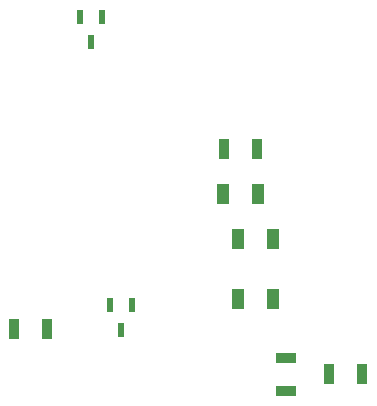
<source format=gtp>
G75*
%MOIN*%
%OFA0B0*%
%FSLAX25Y25*%
%IPPOS*%
%LPD*%
%AMOC8*
5,1,8,0,0,1.08239X$1,22.5*
%
%ADD10R,0.03600X0.07100*%
%ADD11R,0.07100X0.03600*%
%ADD12R,0.04400X0.06900*%
%ADD13R,0.02100X0.04600*%
D10*
X0020500Y0046000D03*
X0031500Y0046000D03*
X0090500Y0106000D03*
X0101500Y0106000D03*
X0125500Y0031000D03*
X0136500Y0031000D03*
D11*
X0111000Y0025500D03*
X0111000Y0036500D03*
D12*
X0106800Y0056000D03*
X0095200Y0056000D03*
X0095200Y0076000D03*
X0106800Y0076000D03*
X0101800Y0091000D03*
X0090200Y0091000D03*
D13*
X0059700Y0054300D03*
X0056000Y0045700D03*
X0052300Y0054300D03*
X0046000Y0141700D03*
X0042300Y0150300D03*
X0049700Y0150300D03*
M02*

</source>
